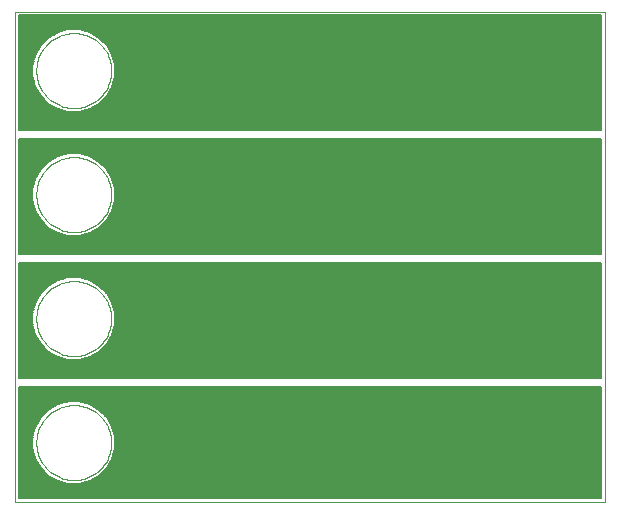
<source format=gbl>
G75*
G70*
%OFA0B0*%
%FSLAX24Y24*%
%IPPOS*%
%LPD*%
%AMOC8*
5,1,8,0,0,1.08239X$1,22.5*
%
%ADD10C,0.0000*%
%ADD11R,0.0551X0.0551*%
%ADD12R,0.0591X0.0591*%
%ADD13R,0.0866X0.0866*%
%ADD14R,0.0886X0.0886*%
%ADD15R,0.0945X0.0945*%
%ADD16R,0.1142X0.1142*%
%ADD17R,0.1181X0.1181*%
%ADD18R,0.1227X0.1227*%
%ADD19R,0.1266X0.1266*%
%ADD20R,0.1339X0.1339*%
%ADD21R,0.1581X0.1581*%
%ADD22C,0.0060*%
D10*
X000131Y000131D02*
X000131Y016470D01*
X019816Y016470D01*
X019816Y000131D01*
X000131Y000131D01*
X000850Y002100D02*
X000852Y002170D01*
X000858Y002240D01*
X000868Y002309D01*
X000881Y002378D01*
X000899Y002446D01*
X000920Y002513D01*
X000945Y002578D01*
X000974Y002642D01*
X001006Y002705D01*
X001042Y002765D01*
X001081Y002823D01*
X001123Y002879D01*
X001168Y002933D01*
X001216Y002984D01*
X001267Y003032D01*
X001321Y003077D01*
X001377Y003119D01*
X001435Y003158D01*
X001495Y003194D01*
X001558Y003226D01*
X001622Y003255D01*
X001687Y003280D01*
X001754Y003301D01*
X001822Y003319D01*
X001891Y003332D01*
X001960Y003342D01*
X002030Y003348D01*
X002100Y003350D01*
X002170Y003348D01*
X002240Y003342D01*
X002309Y003332D01*
X002378Y003319D01*
X002446Y003301D01*
X002513Y003280D01*
X002578Y003255D01*
X002642Y003226D01*
X002705Y003194D01*
X002765Y003158D01*
X002823Y003119D01*
X002879Y003077D01*
X002933Y003032D01*
X002984Y002984D01*
X003032Y002933D01*
X003077Y002879D01*
X003119Y002823D01*
X003158Y002765D01*
X003194Y002705D01*
X003226Y002642D01*
X003255Y002578D01*
X003280Y002513D01*
X003301Y002446D01*
X003319Y002378D01*
X003332Y002309D01*
X003342Y002240D01*
X003348Y002170D01*
X003350Y002100D01*
X003348Y002030D01*
X003342Y001960D01*
X003332Y001891D01*
X003319Y001822D01*
X003301Y001754D01*
X003280Y001687D01*
X003255Y001622D01*
X003226Y001558D01*
X003194Y001495D01*
X003158Y001435D01*
X003119Y001377D01*
X003077Y001321D01*
X003032Y001267D01*
X002984Y001216D01*
X002933Y001168D01*
X002879Y001123D01*
X002823Y001081D01*
X002765Y001042D01*
X002705Y001006D01*
X002642Y000974D01*
X002578Y000945D01*
X002513Y000920D01*
X002446Y000899D01*
X002378Y000881D01*
X002309Y000868D01*
X002240Y000858D01*
X002170Y000852D01*
X002100Y000850D01*
X002030Y000852D01*
X001960Y000858D01*
X001891Y000868D01*
X001822Y000881D01*
X001754Y000899D01*
X001687Y000920D01*
X001622Y000945D01*
X001558Y000974D01*
X001495Y001006D01*
X001435Y001042D01*
X001377Y001081D01*
X001321Y001123D01*
X001267Y001168D01*
X001216Y001216D01*
X001168Y001267D01*
X001123Y001321D01*
X001081Y001377D01*
X001042Y001435D01*
X001006Y001495D01*
X000974Y001558D01*
X000945Y001622D01*
X000920Y001687D01*
X000899Y001754D01*
X000881Y001822D01*
X000868Y001891D01*
X000858Y001960D01*
X000852Y002030D01*
X000850Y002100D01*
X000850Y006233D02*
X000852Y006303D01*
X000858Y006373D01*
X000868Y006442D01*
X000881Y006511D01*
X000899Y006579D01*
X000920Y006646D01*
X000945Y006711D01*
X000974Y006775D01*
X001006Y006838D01*
X001042Y006898D01*
X001081Y006956D01*
X001123Y007012D01*
X001168Y007066D01*
X001216Y007117D01*
X001267Y007165D01*
X001321Y007210D01*
X001377Y007252D01*
X001435Y007291D01*
X001495Y007327D01*
X001558Y007359D01*
X001622Y007388D01*
X001687Y007413D01*
X001754Y007434D01*
X001822Y007452D01*
X001891Y007465D01*
X001960Y007475D01*
X002030Y007481D01*
X002100Y007483D01*
X002170Y007481D01*
X002240Y007475D01*
X002309Y007465D01*
X002378Y007452D01*
X002446Y007434D01*
X002513Y007413D01*
X002578Y007388D01*
X002642Y007359D01*
X002705Y007327D01*
X002765Y007291D01*
X002823Y007252D01*
X002879Y007210D01*
X002933Y007165D01*
X002984Y007117D01*
X003032Y007066D01*
X003077Y007012D01*
X003119Y006956D01*
X003158Y006898D01*
X003194Y006838D01*
X003226Y006775D01*
X003255Y006711D01*
X003280Y006646D01*
X003301Y006579D01*
X003319Y006511D01*
X003332Y006442D01*
X003342Y006373D01*
X003348Y006303D01*
X003350Y006233D01*
X003348Y006163D01*
X003342Y006093D01*
X003332Y006024D01*
X003319Y005955D01*
X003301Y005887D01*
X003280Y005820D01*
X003255Y005755D01*
X003226Y005691D01*
X003194Y005628D01*
X003158Y005568D01*
X003119Y005510D01*
X003077Y005454D01*
X003032Y005400D01*
X002984Y005349D01*
X002933Y005301D01*
X002879Y005256D01*
X002823Y005214D01*
X002765Y005175D01*
X002705Y005139D01*
X002642Y005107D01*
X002578Y005078D01*
X002513Y005053D01*
X002446Y005032D01*
X002378Y005014D01*
X002309Y005001D01*
X002240Y004991D01*
X002170Y004985D01*
X002100Y004983D01*
X002030Y004985D01*
X001960Y004991D01*
X001891Y005001D01*
X001822Y005014D01*
X001754Y005032D01*
X001687Y005053D01*
X001622Y005078D01*
X001558Y005107D01*
X001495Y005139D01*
X001435Y005175D01*
X001377Y005214D01*
X001321Y005256D01*
X001267Y005301D01*
X001216Y005349D01*
X001168Y005400D01*
X001123Y005454D01*
X001081Y005510D01*
X001042Y005568D01*
X001006Y005628D01*
X000974Y005691D01*
X000945Y005755D01*
X000920Y005820D01*
X000899Y005887D01*
X000881Y005955D01*
X000868Y006024D01*
X000858Y006093D01*
X000852Y006163D01*
X000850Y006233D01*
X000850Y010367D02*
X000852Y010437D01*
X000858Y010507D01*
X000868Y010576D01*
X000881Y010645D01*
X000899Y010713D01*
X000920Y010780D01*
X000945Y010845D01*
X000974Y010909D01*
X001006Y010972D01*
X001042Y011032D01*
X001081Y011090D01*
X001123Y011146D01*
X001168Y011200D01*
X001216Y011251D01*
X001267Y011299D01*
X001321Y011344D01*
X001377Y011386D01*
X001435Y011425D01*
X001495Y011461D01*
X001558Y011493D01*
X001622Y011522D01*
X001687Y011547D01*
X001754Y011568D01*
X001822Y011586D01*
X001891Y011599D01*
X001960Y011609D01*
X002030Y011615D01*
X002100Y011617D01*
X002170Y011615D01*
X002240Y011609D01*
X002309Y011599D01*
X002378Y011586D01*
X002446Y011568D01*
X002513Y011547D01*
X002578Y011522D01*
X002642Y011493D01*
X002705Y011461D01*
X002765Y011425D01*
X002823Y011386D01*
X002879Y011344D01*
X002933Y011299D01*
X002984Y011251D01*
X003032Y011200D01*
X003077Y011146D01*
X003119Y011090D01*
X003158Y011032D01*
X003194Y010972D01*
X003226Y010909D01*
X003255Y010845D01*
X003280Y010780D01*
X003301Y010713D01*
X003319Y010645D01*
X003332Y010576D01*
X003342Y010507D01*
X003348Y010437D01*
X003350Y010367D01*
X003348Y010297D01*
X003342Y010227D01*
X003332Y010158D01*
X003319Y010089D01*
X003301Y010021D01*
X003280Y009954D01*
X003255Y009889D01*
X003226Y009825D01*
X003194Y009762D01*
X003158Y009702D01*
X003119Y009644D01*
X003077Y009588D01*
X003032Y009534D01*
X002984Y009483D01*
X002933Y009435D01*
X002879Y009390D01*
X002823Y009348D01*
X002765Y009309D01*
X002705Y009273D01*
X002642Y009241D01*
X002578Y009212D01*
X002513Y009187D01*
X002446Y009166D01*
X002378Y009148D01*
X002309Y009135D01*
X002240Y009125D01*
X002170Y009119D01*
X002100Y009117D01*
X002030Y009119D01*
X001960Y009125D01*
X001891Y009135D01*
X001822Y009148D01*
X001754Y009166D01*
X001687Y009187D01*
X001622Y009212D01*
X001558Y009241D01*
X001495Y009273D01*
X001435Y009309D01*
X001377Y009348D01*
X001321Y009390D01*
X001267Y009435D01*
X001216Y009483D01*
X001168Y009534D01*
X001123Y009588D01*
X001081Y009644D01*
X001042Y009702D01*
X001006Y009762D01*
X000974Y009825D01*
X000945Y009889D01*
X000920Y009954D01*
X000899Y010021D01*
X000881Y010089D01*
X000868Y010158D01*
X000858Y010227D01*
X000852Y010297D01*
X000850Y010367D01*
X000850Y014501D02*
X000852Y014571D01*
X000858Y014641D01*
X000868Y014710D01*
X000881Y014779D01*
X000899Y014847D01*
X000920Y014914D01*
X000945Y014979D01*
X000974Y015043D01*
X001006Y015106D01*
X001042Y015166D01*
X001081Y015224D01*
X001123Y015280D01*
X001168Y015334D01*
X001216Y015385D01*
X001267Y015433D01*
X001321Y015478D01*
X001377Y015520D01*
X001435Y015559D01*
X001495Y015595D01*
X001558Y015627D01*
X001622Y015656D01*
X001687Y015681D01*
X001754Y015702D01*
X001822Y015720D01*
X001891Y015733D01*
X001960Y015743D01*
X002030Y015749D01*
X002100Y015751D01*
X002170Y015749D01*
X002240Y015743D01*
X002309Y015733D01*
X002378Y015720D01*
X002446Y015702D01*
X002513Y015681D01*
X002578Y015656D01*
X002642Y015627D01*
X002705Y015595D01*
X002765Y015559D01*
X002823Y015520D01*
X002879Y015478D01*
X002933Y015433D01*
X002984Y015385D01*
X003032Y015334D01*
X003077Y015280D01*
X003119Y015224D01*
X003158Y015166D01*
X003194Y015106D01*
X003226Y015043D01*
X003255Y014979D01*
X003280Y014914D01*
X003301Y014847D01*
X003319Y014779D01*
X003332Y014710D01*
X003342Y014641D01*
X003348Y014571D01*
X003350Y014501D01*
X003348Y014431D01*
X003342Y014361D01*
X003332Y014292D01*
X003319Y014223D01*
X003301Y014155D01*
X003280Y014088D01*
X003255Y014023D01*
X003226Y013959D01*
X003194Y013896D01*
X003158Y013836D01*
X003119Y013778D01*
X003077Y013722D01*
X003032Y013668D01*
X002984Y013617D01*
X002933Y013569D01*
X002879Y013524D01*
X002823Y013482D01*
X002765Y013443D01*
X002705Y013407D01*
X002642Y013375D01*
X002578Y013346D01*
X002513Y013321D01*
X002446Y013300D01*
X002378Y013282D01*
X002309Y013269D01*
X002240Y013259D01*
X002170Y013253D01*
X002100Y013251D01*
X002030Y013253D01*
X001960Y013259D01*
X001891Y013269D01*
X001822Y013282D01*
X001754Y013300D01*
X001687Y013321D01*
X001622Y013346D01*
X001558Y013375D01*
X001495Y013407D01*
X001435Y013443D01*
X001377Y013482D01*
X001321Y013524D01*
X001267Y013569D01*
X001216Y013617D01*
X001168Y013668D01*
X001123Y013722D01*
X001081Y013778D01*
X001042Y013836D01*
X001006Y013896D01*
X000974Y013959D01*
X000945Y014023D01*
X000920Y014088D01*
X000899Y014155D01*
X000881Y014223D01*
X000868Y014292D01*
X000858Y014361D01*
X000852Y014431D01*
X000850Y014501D01*
D11*
X004855Y012926D03*
X005643Y012926D03*
X006430Y012926D03*
X007218Y012926D03*
X008005Y012926D03*
X008792Y012926D03*
X008792Y008792D03*
X008005Y008792D03*
X007218Y008792D03*
X006430Y008792D03*
X005643Y008792D03*
X004855Y008792D03*
X004855Y004659D03*
X005643Y004659D03*
X006430Y004659D03*
X007218Y004659D03*
X008005Y004659D03*
X008792Y004659D03*
X008792Y000525D03*
X008005Y000525D03*
X007218Y000525D03*
X006430Y000525D03*
X005643Y000525D03*
X004855Y000525D03*
D12*
X009580Y000525D03*
X009580Y004659D03*
X009580Y008792D03*
X009580Y012926D03*
D13*
X010485Y013044D03*
X011470Y013044D03*
X012454Y013044D03*
X013438Y013044D03*
X013438Y008911D03*
X012454Y008911D03*
X011470Y008911D03*
X010485Y008911D03*
X010485Y004777D03*
X011470Y004777D03*
X012454Y004777D03*
X013438Y004777D03*
X013438Y000643D03*
X012454Y000643D03*
X011470Y000643D03*
X010485Y000643D03*
D14*
X014422Y000643D03*
X014422Y004777D03*
X014422Y008911D03*
X014422Y013044D03*
D15*
X015407Y013084D03*
X015407Y008950D03*
X015407Y004816D03*
X015407Y000682D03*
D16*
X016548Y000800D03*
X017769Y000800D03*
X018989Y000800D03*
X018989Y004934D03*
X017769Y004934D03*
X016548Y004934D03*
X016548Y009068D03*
X017769Y009068D03*
X018989Y009068D03*
X018989Y013202D03*
X017769Y013202D03*
X016548Y013202D03*
D17*
X005052Y011548D03*
X005052Y007414D03*
X005052Y003281D03*
X005052Y015682D03*
D18*
X008005Y015682D03*
X008005Y011548D03*
X008005Y007414D03*
X008005Y003281D03*
D19*
X010958Y003281D03*
X010958Y007414D03*
X010958Y011548D03*
X010958Y015682D03*
D20*
X013911Y015682D03*
X013911Y011548D03*
X013911Y007414D03*
X013911Y003281D03*
D21*
X017060Y003163D03*
X017060Y007296D03*
X017060Y011430D03*
X017060Y015564D03*
D22*
X019686Y015586D02*
X002966Y015586D01*
X002947Y015605D02*
X002632Y015787D01*
X002281Y015881D01*
X001918Y015881D01*
X001567Y015787D01*
X001252Y015605D01*
X000995Y015348D01*
X000814Y015034D01*
X000720Y014683D01*
X000720Y014319D01*
X000814Y013968D01*
X000995Y013654D01*
X001252Y013397D01*
X001567Y013215D01*
X001918Y013121D01*
X002281Y013121D01*
X002632Y013215D01*
X002947Y013397D01*
X003204Y013654D01*
X003385Y013968D01*
X003479Y014319D01*
X003479Y014683D01*
X003385Y015034D01*
X003204Y015348D01*
X002947Y015605D01*
X002878Y015645D02*
X019686Y015645D01*
X019686Y015704D02*
X002777Y015704D01*
X002675Y015762D02*
X019686Y015762D01*
X019686Y015821D02*
X002507Y015821D01*
X002288Y015879D02*
X019686Y015879D01*
X019686Y015938D02*
X000261Y015938D01*
X000261Y015996D02*
X019686Y015996D01*
X019686Y016055D02*
X000261Y016055D01*
X000261Y016113D02*
X019686Y016113D01*
X019686Y016172D02*
X000261Y016172D01*
X000261Y016230D02*
X019686Y016230D01*
X019686Y016289D02*
X000261Y016289D01*
X000261Y016340D02*
X019686Y016340D01*
X019686Y012533D01*
X000261Y012533D01*
X000261Y016340D01*
X000261Y015879D02*
X001911Y015879D01*
X001692Y015821D02*
X000261Y015821D01*
X000261Y015762D02*
X001524Y015762D01*
X001422Y015704D02*
X000261Y015704D01*
X000261Y015645D02*
X001321Y015645D01*
X001233Y015586D02*
X000261Y015586D01*
X000261Y015528D02*
X001175Y015528D01*
X001116Y015469D02*
X000261Y015469D01*
X000261Y015411D02*
X001058Y015411D01*
X000999Y015352D02*
X000261Y015352D01*
X000261Y015294D02*
X000964Y015294D01*
X000930Y015235D02*
X000261Y015235D01*
X000261Y015177D02*
X000896Y015177D01*
X000862Y015118D02*
X000261Y015118D01*
X000261Y015060D02*
X000829Y015060D01*
X000805Y015001D02*
X000261Y015001D01*
X000261Y014942D02*
X000789Y014942D01*
X000773Y014884D02*
X000261Y014884D01*
X000261Y014825D02*
X000758Y014825D01*
X000742Y014767D02*
X000261Y014767D01*
X000261Y014708D02*
X000726Y014708D01*
X000720Y014650D02*
X000261Y014650D01*
X000261Y014591D02*
X000720Y014591D01*
X000720Y014533D02*
X000261Y014533D01*
X000261Y014474D02*
X000720Y014474D01*
X000720Y014416D02*
X000261Y014416D01*
X000261Y014357D02*
X000720Y014357D01*
X000725Y014299D02*
X000261Y014299D01*
X000261Y014240D02*
X000741Y014240D01*
X000756Y014181D02*
X000261Y014181D01*
X000261Y014123D02*
X000772Y014123D01*
X000788Y014064D02*
X000261Y014064D01*
X000261Y014006D02*
X000804Y014006D01*
X000826Y013947D02*
X000261Y013947D01*
X000261Y013889D02*
X000860Y013889D01*
X000893Y013830D02*
X000261Y013830D01*
X000261Y013772D02*
X000927Y013772D01*
X000961Y013713D02*
X000261Y013713D01*
X000261Y013655D02*
X000995Y013655D01*
X001053Y013596D02*
X000261Y013596D01*
X000261Y013537D02*
X001112Y013537D01*
X001170Y013479D02*
X000261Y013479D01*
X000261Y013420D02*
X001229Y013420D01*
X001313Y013362D02*
X000261Y013362D01*
X000261Y013303D02*
X001414Y013303D01*
X001516Y013245D02*
X000261Y013245D01*
X000261Y013186D02*
X001675Y013186D01*
X001893Y013128D02*
X000261Y013128D01*
X000261Y013069D02*
X019686Y013069D01*
X019686Y013011D02*
X000261Y013011D01*
X000261Y012952D02*
X019686Y012952D01*
X019686Y012893D02*
X000261Y012893D01*
X000261Y012835D02*
X019686Y012835D01*
X019686Y012776D02*
X000261Y012776D01*
X000261Y012718D02*
X019686Y012718D01*
X019686Y012659D02*
X000261Y012659D01*
X000261Y012601D02*
X019686Y012601D01*
X019686Y012542D02*
X000261Y012542D01*
X000261Y012207D02*
X019686Y012207D01*
X019686Y008399D01*
X000261Y008399D01*
X000261Y012207D01*
X000261Y012191D02*
X019686Y012191D01*
X019686Y012132D02*
X000261Y012132D01*
X000261Y012074D02*
X019686Y012074D01*
X019686Y012015D02*
X000261Y012015D01*
X000261Y011957D02*
X019686Y011957D01*
X019686Y011898D02*
X000261Y011898D01*
X000261Y011840D02*
X019686Y011840D01*
X019686Y011781D02*
X000261Y011781D01*
X000261Y011723D02*
X001826Y011723D01*
X001918Y011747D02*
X001567Y011653D01*
X001252Y011471D01*
X000995Y011215D01*
X000814Y010900D01*
X000720Y010549D01*
X000720Y010186D01*
X000814Y009835D01*
X000995Y009520D01*
X001252Y009263D01*
X001567Y009081D01*
X001918Y008987D01*
X002281Y008987D01*
X002632Y009081D01*
X002947Y009263D01*
X003204Y009520D01*
X003385Y009835D01*
X003479Y010186D01*
X003479Y010549D01*
X003385Y010900D01*
X003204Y011215D01*
X002947Y011471D01*
X002632Y011653D01*
X002281Y011747D01*
X001918Y011747D01*
X001608Y011664D02*
X000261Y011664D01*
X000261Y011606D02*
X001484Y011606D01*
X001383Y011547D02*
X000261Y011547D01*
X000261Y011488D02*
X001281Y011488D01*
X001211Y011430D02*
X000261Y011430D01*
X000261Y011371D02*
X001152Y011371D01*
X001093Y011313D02*
X000261Y011313D01*
X000261Y011254D02*
X001035Y011254D01*
X000984Y011196D02*
X000261Y011196D01*
X000261Y011137D02*
X000951Y011137D01*
X000917Y011079D02*
X000261Y011079D01*
X000261Y011020D02*
X000883Y011020D01*
X000849Y010962D02*
X000261Y010962D01*
X000261Y010903D02*
X000815Y010903D01*
X000799Y010844D02*
X000261Y010844D01*
X000261Y010786D02*
X000783Y010786D01*
X000767Y010727D02*
X000261Y010727D01*
X000261Y010669D02*
X000752Y010669D01*
X000736Y010610D02*
X000261Y010610D01*
X000261Y010552D02*
X000720Y010552D01*
X000720Y010493D02*
X000261Y010493D01*
X000261Y010435D02*
X000720Y010435D01*
X000720Y010376D02*
X000261Y010376D01*
X000261Y010318D02*
X000720Y010318D01*
X000720Y010259D02*
X000261Y010259D01*
X000261Y010200D02*
X000720Y010200D01*
X000731Y010142D02*
X000261Y010142D01*
X000261Y010083D02*
X000747Y010083D01*
X000763Y010025D02*
X000261Y010025D01*
X000261Y009966D02*
X000778Y009966D01*
X000794Y009908D02*
X000261Y009908D01*
X000261Y009849D02*
X000810Y009849D01*
X000839Y009791D02*
X000261Y009791D01*
X000261Y009732D02*
X000873Y009732D01*
X000906Y009674D02*
X000261Y009674D01*
X000261Y009615D02*
X000940Y009615D01*
X000974Y009556D02*
X000261Y009556D01*
X000261Y009498D02*
X001017Y009498D01*
X001076Y009439D02*
X000261Y009439D01*
X000261Y009381D02*
X001134Y009381D01*
X001193Y009322D02*
X000261Y009322D01*
X000261Y009264D02*
X001251Y009264D01*
X001352Y009205D02*
X000261Y009205D01*
X000261Y009147D02*
X001454Y009147D01*
X001555Y009088D02*
X000261Y009088D01*
X000261Y009030D02*
X001760Y009030D01*
X002439Y009030D02*
X019686Y009030D01*
X019686Y009088D02*
X002644Y009088D01*
X002745Y009147D02*
X019686Y009147D01*
X019686Y009205D02*
X002847Y009205D01*
X002948Y009264D02*
X019686Y009264D01*
X019686Y009322D02*
X003006Y009322D01*
X003065Y009381D02*
X019686Y009381D01*
X019686Y009439D02*
X003123Y009439D01*
X003182Y009498D02*
X019686Y009498D01*
X019686Y009556D02*
X003225Y009556D01*
X003259Y009615D02*
X019686Y009615D01*
X019686Y009674D02*
X003292Y009674D01*
X003326Y009732D02*
X019686Y009732D01*
X019686Y009791D02*
X003360Y009791D01*
X003389Y009849D02*
X019686Y009849D01*
X019686Y009908D02*
X003405Y009908D01*
X003421Y009966D02*
X019686Y009966D01*
X019686Y010025D02*
X003436Y010025D01*
X003452Y010083D02*
X019686Y010083D01*
X019686Y010142D02*
X003468Y010142D01*
X003479Y010200D02*
X019686Y010200D01*
X019686Y010259D02*
X003479Y010259D01*
X003479Y010318D02*
X019686Y010318D01*
X019686Y010376D02*
X003479Y010376D01*
X003479Y010435D02*
X019686Y010435D01*
X019686Y010493D02*
X003479Y010493D01*
X003479Y010552D02*
X019686Y010552D01*
X019686Y010610D02*
X003463Y010610D01*
X003447Y010669D02*
X019686Y010669D01*
X019686Y010727D02*
X003432Y010727D01*
X003416Y010786D02*
X019686Y010786D01*
X019686Y010844D02*
X003400Y010844D01*
X003384Y010903D02*
X019686Y010903D01*
X019686Y010962D02*
X003350Y010962D01*
X003316Y011020D02*
X019686Y011020D01*
X019686Y011079D02*
X003282Y011079D01*
X003248Y011137D02*
X019686Y011137D01*
X019686Y011196D02*
X003215Y011196D01*
X003164Y011254D02*
X019686Y011254D01*
X019686Y011313D02*
X003106Y011313D01*
X003047Y011371D02*
X019686Y011371D01*
X019686Y011430D02*
X002988Y011430D01*
X002918Y011488D02*
X019686Y011488D01*
X019686Y011547D02*
X002816Y011547D01*
X002715Y011606D02*
X019686Y011606D01*
X019686Y011664D02*
X002591Y011664D01*
X002373Y011723D02*
X019686Y011723D01*
X019686Y013128D02*
X002306Y013128D01*
X002524Y013186D02*
X019686Y013186D01*
X019686Y013245D02*
X002683Y013245D01*
X002785Y013303D02*
X019686Y013303D01*
X019686Y013362D02*
X002886Y013362D01*
X002970Y013420D02*
X019686Y013420D01*
X019686Y013479D02*
X003029Y013479D01*
X003087Y013537D02*
X019686Y013537D01*
X019686Y013596D02*
X003146Y013596D01*
X003204Y013655D02*
X019686Y013655D01*
X019686Y013713D02*
X003238Y013713D01*
X003272Y013772D02*
X019686Y013772D01*
X019686Y013830D02*
X003306Y013830D01*
X003339Y013889D02*
X019686Y013889D01*
X019686Y013947D02*
X003373Y013947D01*
X003395Y014006D02*
X019686Y014006D01*
X019686Y014064D02*
X003411Y014064D01*
X003427Y014123D02*
X019686Y014123D01*
X019686Y014181D02*
X003442Y014181D01*
X003458Y014240D02*
X019686Y014240D01*
X019686Y014299D02*
X003474Y014299D01*
X003479Y014357D02*
X019686Y014357D01*
X019686Y014416D02*
X003479Y014416D01*
X003479Y014474D02*
X019686Y014474D01*
X019686Y014533D02*
X003479Y014533D01*
X003479Y014591D02*
X019686Y014591D01*
X019686Y014650D02*
X003479Y014650D01*
X003473Y014708D02*
X019686Y014708D01*
X019686Y014767D02*
X003457Y014767D01*
X003441Y014825D02*
X019686Y014825D01*
X019686Y014884D02*
X003426Y014884D01*
X003410Y014942D02*
X019686Y014942D01*
X019686Y015001D02*
X003394Y015001D01*
X003371Y015060D02*
X019686Y015060D01*
X019686Y015118D02*
X003337Y015118D01*
X003303Y015177D02*
X019686Y015177D01*
X019686Y015235D02*
X003269Y015235D01*
X003235Y015294D02*
X019686Y015294D01*
X019686Y015352D02*
X003200Y015352D01*
X003141Y015411D02*
X019686Y015411D01*
X019686Y015469D02*
X003083Y015469D01*
X003024Y015528D02*
X019686Y015528D01*
X019686Y008971D02*
X000261Y008971D01*
X000261Y008913D02*
X019686Y008913D01*
X019686Y008854D02*
X000261Y008854D01*
X000261Y008795D02*
X019686Y008795D01*
X019686Y008737D02*
X000261Y008737D01*
X000261Y008678D02*
X019686Y008678D01*
X019686Y008620D02*
X000261Y008620D01*
X000261Y008561D02*
X019686Y008561D01*
X019686Y008503D02*
X000261Y008503D01*
X000261Y008444D02*
X019686Y008444D01*
X019686Y008073D02*
X000261Y008073D01*
X000261Y004265D01*
X019686Y004265D01*
X019686Y008073D01*
X019686Y008034D02*
X000261Y008034D01*
X000261Y007976D02*
X019686Y007976D01*
X019686Y007917D02*
X000261Y007917D01*
X000261Y007859D02*
X019686Y007859D01*
X019686Y007800D02*
X000261Y007800D01*
X000261Y007742D02*
X019686Y007742D01*
X019686Y007683D02*
X000261Y007683D01*
X000261Y007625D02*
X019686Y007625D01*
X019686Y007566D02*
X002458Y007566D01*
X002632Y007519D02*
X002281Y007613D01*
X001918Y007613D01*
X001567Y007519D01*
X001252Y007338D01*
X000995Y007081D01*
X000814Y006766D01*
X000720Y006415D01*
X000720Y006052D01*
X000814Y005701D01*
X000995Y005386D01*
X001252Y005129D01*
X001567Y004947D01*
X001918Y004853D01*
X002281Y004853D01*
X002632Y004947D01*
X002947Y005129D01*
X003204Y005386D01*
X003385Y005701D01*
X003479Y006052D01*
X003479Y006415D01*
X003385Y006766D01*
X003204Y007081D01*
X002947Y007338D01*
X002632Y007519D01*
X002653Y007507D02*
X019686Y007507D01*
X019686Y007449D02*
X002754Y007449D01*
X002855Y007390D02*
X019686Y007390D01*
X019686Y007332D02*
X002953Y007332D01*
X003011Y007273D02*
X019686Y007273D01*
X019686Y007215D02*
X003070Y007215D01*
X003128Y007156D02*
X019686Y007156D01*
X019686Y007098D02*
X003187Y007098D01*
X003228Y007039D02*
X019686Y007039D01*
X019686Y006981D02*
X003262Y006981D01*
X003295Y006922D02*
X019686Y006922D01*
X019686Y006864D02*
X003329Y006864D01*
X003363Y006805D02*
X019686Y006805D01*
X019686Y006746D02*
X003391Y006746D01*
X003406Y006688D02*
X019686Y006688D01*
X019686Y006629D02*
X003422Y006629D01*
X003438Y006571D02*
X019686Y006571D01*
X019686Y006512D02*
X003453Y006512D01*
X003469Y006454D02*
X019686Y006454D01*
X019686Y006395D02*
X003479Y006395D01*
X003479Y006337D02*
X019686Y006337D01*
X019686Y006278D02*
X003479Y006278D01*
X003479Y006220D02*
X019686Y006220D01*
X019686Y006161D02*
X003479Y006161D01*
X003479Y006102D02*
X019686Y006102D01*
X019686Y006044D02*
X003477Y006044D01*
X003462Y005985D02*
X019686Y005985D01*
X019686Y005927D02*
X003446Y005927D01*
X003430Y005868D02*
X019686Y005868D01*
X019686Y005810D02*
X003415Y005810D01*
X003399Y005751D02*
X019686Y005751D01*
X019686Y005693D02*
X003381Y005693D01*
X003347Y005634D02*
X019686Y005634D01*
X019686Y005576D02*
X003313Y005576D01*
X003279Y005517D02*
X019686Y005517D01*
X019686Y005458D02*
X003246Y005458D01*
X003212Y005400D02*
X019686Y005400D01*
X019686Y005341D02*
X003159Y005341D01*
X003101Y005283D02*
X019686Y005283D01*
X019686Y005224D02*
X003042Y005224D01*
X002984Y005166D02*
X019686Y005166D01*
X019686Y005107D02*
X002909Y005107D01*
X002807Y005049D02*
X019686Y005049D01*
X019686Y004990D02*
X002706Y004990D01*
X002573Y004932D02*
X019686Y004932D01*
X019686Y004873D02*
X002354Y004873D01*
X001844Y004873D02*
X000261Y004873D01*
X000261Y004814D02*
X019686Y004814D01*
X019686Y004756D02*
X000261Y004756D01*
X000261Y004697D02*
X019686Y004697D01*
X019686Y004639D02*
X000261Y004639D01*
X000261Y004580D02*
X019686Y004580D01*
X019686Y004522D02*
X000261Y004522D01*
X000261Y004463D02*
X019686Y004463D01*
X019686Y004405D02*
X000261Y004405D01*
X000261Y004346D02*
X019686Y004346D01*
X019686Y004288D02*
X000261Y004288D01*
X000261Y003940D02*
X019686Y003940D01*
X019686Y000261D01*
X000261Y000261D01*
X000261Y003940D01*
X000261Y003936D02*
X019686Y003936D01*
X019686Y003878D02*
X000261Y003878D01*
X000261Y003819D02*
X019686Y003819D01*
X019686Y003761D02*
X000261Y003761D01*
X000261Y003702D02*
X019686Y003702D01*
X019686Y003644D02*
X000261Y003644D01*
X000261Y003585D02*
X019686Y003585D01*
X019686Y003527D02*
X000261Y003527D01*
X000261Y003468D02*
X001875Y003468D01*
X001918Y003479D02*
X001567Y003385D01*
X001252Y003204D01*
X000995Y002947D01*
X000814Y002632D01*
X000720Y002281D01*
X000720Y001918D01*
X000814Y001567D01*
X000995Y001252D01*
X001252Y000995D01*
X001567Y000814D01*
X001918Y000720D01*
X002281Y000720D01*
X002632Y000814D01*
X002947Y000995D01*
X003204Y001252D01*
X003385Y001567D01*
X003479Y001918D01*
X003479Y002281D01*
X003385Y002632D01*
X003204Y002947D01*
X002947Y003204D01*
X002632Y003385D01*
X002281Y003479D01*
X001918Y003479D01*
X001656Y003409D02*
X000261Y003409D01*
X000261Y003351D02*
X001507Y003351D01*
X001406Y003292D02*
X000261Y003292D01*
X000261Y003234D02*
X001304Y003234D01*
X001224Y003175D02*
X000261Y003175D01*
X000261Y003117D02*
X001165Y003117D01*
X001107Y003058D02*
X000261Y003058D01*
X000261Y003000D02*
X001048Y003000D01*
X000992Y002941D02*
X000261Y002941D01*
X000261Y002883D02*
X000958Y002883D01*
X000924Y002824D02*
X000261Y002824D01*
X000261Y002765D02*
X000891Y002765D01*
X000857Y002707D02*
X000261Y002707D01*
X000261Y002648D02*
X000823Y002648D01*
X000802Y002590D02*
X000261Y002590D01*
X000261Y002531D02*
X000787Y002531D01*
X000771Y002473D02*
X000261Y002473D01*
X000261Y002414D02*
X000755Y002414D01*
X000739Y002356D02*
X000261Y002356D01*
X000261Y002297D02*
X000724Y002297D01*
X000720Y002239D02*
X000261Y002239D01*
X000261Y002180D02*
X000720Y002180D01*
X000720Y002121D02*
X000261Y002121D01*
X000261Y002063D02*
X000720Y002063D01*
X000720Y002004D02*
X000261Y002004D01*
X000261Y001946D02*
X000720Y001946D01*
X000728Y001887D02*
X000261Y001887D01*
X000261Y001829D02*
X000743Y001829D01*
X000759Y001770D02*
X000261Y001770D01*
X000261Y001712D02*
X000775Y001712D01*
X000790Y001653D02*
X000261Y001653D01*
X000261Y001595D02*
X000806Y001595D01*
X000831Y001536D02*
X000261Y001536D01*
X000261Y001478D02*
X000865Y001478D01*
X000899Y001419D02*
X000261Y001419D01*
X000261Y001360D02*
X000933Y001360D01*
X000966Y001302D02*
X000261Y001302D01*
X000261Y001243D02*
X001004Y001243D01*
X001063Y001185D02*
X000261Y001185D01*
X000261Y001126D02*
X001121Y001126D01*
X001180Y001068D02*
X000261Y001068D01*
X000261Y001009D02*
X001238Y001009D01*
X001329Y000951D02*
X000261Y000951D01*
X000261Y000892D02*
X001431Y000892D01*
X001532Y000834D02*
X000261Y000834D01*
X000261Y000775D02*
X001711Y000775D01*
X002488Y000775D02*
X019686Y000775D01*
X019686Y000716D02*
X000261Y000716D01*
X000261Y000658D02*
X019686Y000658D01*
X019686Y000599D02*
X000261Y000599D01*
X000261Y000541D02*
X019686Y000541D01*
X019686Y000482D02*
X000261Y000482D01*
X000261Y000424D02*
X019686Y000424D01*
X019686Y000365D02*
X000261Y000365D01*
X000261Y000307D02*
X019686Y000307D01*
X019686Y000834D02*
X002667Y000834D01*
X002768Y000892D02*
X019686Y000892D01*
X019686Y000951D02*
X002870Y000951D01*
X002961Y001009D02*
X019686Y001009D01*
X019686Y001068D02*
X003019Y001068D01*
X003078Y001126D02*
X019686Y001126D01*
X019686Y001185D02*
X003136Y001185D01*
X003195Y001243D02*
X019686Y001243D01*
X019686Y001302D02*
X003232Y001302D01*
X003266Y001360D02*
X019686Y001360D01*
X019686Y001419D02*
X003300Y001419D01*
X003334Y001478D02*
X019686Y001478D01*
X019686Y001536D02*
X003368Y001536D01*
X003393Y001595D02*
X019686Y001595D01*
X019686Y001653D02*
X003409Y001653D01*
X003424Y001712D02*
X019686Y001712D01*
X019686Y001770D02*
X003440Y001770D01*
X003456Y001829D02*
X019686Y001829D01*
X019686Y001887D02*
X003471Y001887D01*
X003479Y001946D02*
X019686Y001946D01*
X019686Y002004D02*
X003479Y002004D01*
X003479Y002063D02*
X019686Y002063D01*
X019686Y002121D02*
X003479Y002121D01*
X003479Y002180D02*
X019686Y002180D01*
X019686Y002239D02*
X003479Y002239D01*
X003475Y002297D02*
X019686Y002297D01*
X019686Y002356D02*
X003460Y002356D01*
X003444Y002414D02*
X019686Y002414D01*
X019686Y002473D02*
X003428Y002473D01*
X003412Y002531D02*
X019686Y002531D01*
X019686Y002590D02*
X003397Y002590D01*
X003376Y002648D02*
X019686Y002648D01*
X019686Y002707D02*
X003342Y002707D01*
X003309Y002765D02*
X019686Y002765D01*
X019686Y002824D02*
X003275Y002824D01*
X003241Y002883D02*
X019686Y002883D01*
X019686Y002941D02*
X003207Y002941D01*
X003151Y003000D02*
X019686Y003000D01*
X019686Y003058D02*
X003092Y003058D01*
X003034Y003117D02*
X019686Y003117D01*
X019686Y003175D02*
X002975Y003175D01*
X002895Y003234D02*
X019686Y003234D01*
X019686Y003292D02*
X002793Y003292D01*
X002692Y003351D02*
X019686Y003351D01*
X019686Y003409D02*
X002543Y003409D01*
X002324Y003468D02*
X019686Y003468D01*
X001626Y004932D02*
X000261Y004932D01*
X000261Y004990D02*
X001493Y004990D01*
X001391Y005049D02*
X000261Y005049D01*
X000261Y005107D02*
X001290Y005107D01*
X001216Y005166D02*
X000261Y005166D01*
X000261Y005224D02*
X001157Y005224D01*
X001098Y005283D02*
X000261Y005283D01*
X000261Y005341D02*
X001040Y005341D01*
X000987Y005400D02*
X000261Y005400D01*
X000261Y005458D02*
X000953Y005458D01*
X000920Y005517D02*
X000261Y005517D01*
X000261Y005576D02*
X000886Y005576D01*
X000852Y005634D02*
X000261Y005634D01*
X000261Y005693D02*
X000818Y005693D01*
X000800Y005751D02*
X000261Y005751D01*
X000261Y005810D02*
X000784Y005810D01*
X000769Y005868D02*
X000261Y005868D01*
X000261Y005927D02*
X000753Y005927D01*
X000737Y005985D02*
X000261Y005985D01*
X000261Y006044D02*
X000722Y006044D01*
X000720Y006102D02*
X000261Y006102D01*
X000261Y006161D02*
X000720Y006161D01*
X000720Y006220D02*
X000261Y006220D01*
X000261Y006278D02*
X000720Y006278D01*
X000720Y006337D02*
X000261Y006337D01*
X000261Y006395D02*
X000720Y006395D01*
X000730Y006454D02*
X000261Y006454D01*
X000261Y006512D02*
X000746Y006512D01*
X000761Y006571D02*
X000261Y006571D01*
X000261Y006629D02*
X000777Y006629D01*
X000793Y006688D02*
X000261Y006688D01*
X000261Y006746D02*
X000808Y006746D01*
X000836Y006805D02*
X000261Y006805D01*
X000261Y006864D02*
X000870Y006864D01*
X000904Y006922D02*
X000261Y006922D01*
X000261Y006981D02*
X000937Y006981D01*
X000971Y007039D02*
X000261Y007039D01*
X000261Y007098D02*
X001012Y007098D01*
X001071Y007156D02*
X000261Y007156D01*
X000261Y007215D02*
X001129Y007215D01*
X001188Y007273D02*
X000261Y007273D01*
X000261Y007332D02*
X001246Y007332D01*
X001344Y007390D02*
X000261Y007390D01*
X000261Y007449D02*
X001445Y007449D01*
X001546Y007507D02*
X000261Y007507D01*
X000261Y007566D02*
X001741Y007566D01*
M02*

</source>
